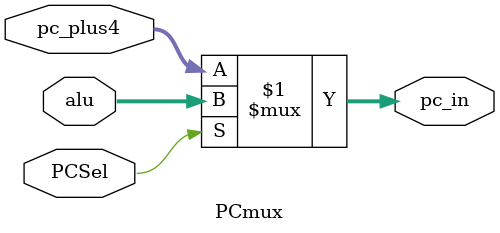
<source format=v>
/*
PCmux module

PCSel: tin hieu tu control dieu khien bo mux.
pc_plus4: tin hieu 32 bits tu PCPLUS4.
alu: tin hieu 32 bits tu alu.
pc_in: ngo ra 32 bits cua bo mux.

muc dich: dua vao tin hieu PCSel neu:
	+ PCSel = 0 thi pc_in = pc_plus4.
	+ PCSel = 1 thi pc_in = alu.
*/
module PCmux(pc_in, PCSel, pc_plus4, alu);
input PCSel;
input [31:0] pc_plus4, alu;
output wire [31:0] pc_in;

assign pc_in = PCSel?alu:pc_plus4;

endmodule
</source>
